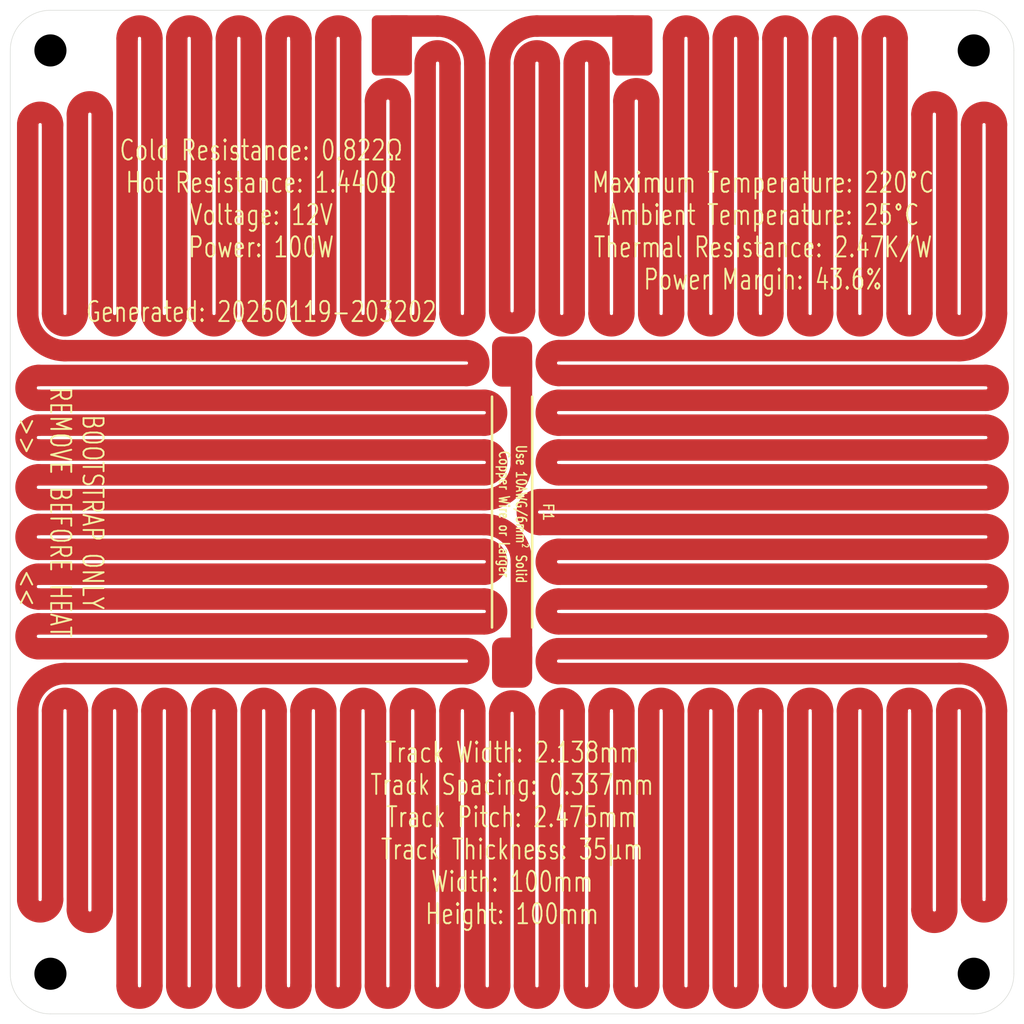
<source format=kicad_pcb>
(kicad_pcb (version 20241229) (generator "pcbnew") (generator_version "9.0")
  (layers (0 "F.Cu" signal) (2 "B.Cu" signal) (13 "F.Paste" user) (15 "B.Paste" user) (5 "F.SilkS" user "F.Silkscreen") (7 "B.SilkS" user "B.Silkscreen") (1 "F.Mask" user) (3 "B.Mask" user) (25 "Edge.Cuts" user))
  (net 0 "")
  (net 1 "Net-(J2-Pin_1)")
  (net 2 "Net-(J1-Pin_1)")
  (footprint "blg:MountingHole_3.2mm_M3_NoPad_TopLarge" (layer "F.Cu") (at 151 59)
    (property "Reference" "REF**" (hide yes))
    (property "Value" "MountingHole_3.2mm_M3_NoPad_TopLarge" (hide yes))
    (pad "" np_thru_hole circle (at 0 0) (size 7.6 7.6) (drill 3.2) (layers))
  )
  (footprint "blg:SMD_PowerConnection_4x6mm" (layer "F.Cu") (at 116.981499 58.5 -90)
    (property "Reference" "J2" (hide yes))
    (property "Value" "Hotplate_Power_Connection" (hide yes))
    (pad "1" smd roundrect (at 0 0 270) (size 6 4) (layers "F.Cu" "F.Mask" "F.Paste") (roundrect_rratio 0.125) (net 1 "Net-(J2-Pin_1)"))
  )
  (footprint "blg:MountingHole_3.2mm_M3_NoPad_TopLarge" (layer "F.Cu") (at 59 151)
    (property "Reference" "REF**" (hide yes))
    (property "Value" "MountingHole_3.2mm_M3_NoPad_TopLarge" (hide yes))
    (pad "" np_thru_hole circle (at 0 0) (size 7.6 7.6) (drill 3.2) (layers))
  )
  (footprint "blg:MountingHole_3.2mm_M3_NoPad_TopLarge" (layer "F.Cu") (at 151 151)
    (property "Reference" "REF**" (hide yes))
    (property "Value" "MountingHole_3.2mm_M3_NoPad_TopLarge" (hide yes))
    (pad "" np_thru_hole circle (at 0 0) (size 7.6 7.6) (drill 3.2) (layers))
  )
  (footprint "blg:SMD_PowerConnection_4x6mm" (layer "F.Cu") (at 93.0185 58.5 -90)
    (property "Reference" "J1" (hide yes))
    (property "Value" "Hotplate_Power_Connection" (hide yes))
    (pad "1" smd roundrect (at 0 0 270) (size 6 4) (layers "F.Cu" "F.Mask" "F.Paste") (roundrect_rratio 0.125) (net 2 "Net-(J1-Pin_1)"))
  )
  (footprint "blg:Thermal Fuse, SN100C, Front, 35mm" (layer "F.Cu") (at 105 105 -90)
    (property "Reference" "F1" (at 0 -3.6 270) (layer "F.SilkS"))
    (property "Value" "~")
    (fp_line (start -11.5 2) (end 11.5 2) (stroke (width 0.25)) (layer "F.SilkS"))
    (fp_line (start -11.5 -2) (end 11.5 -2) (stroke (width 0.25)) (layer "F.SilkS"))
    (fp_text user "Use 10AWG/6mm  Solid" (at 0.2 -0.9 270) (layer "F.SilkS") (effects (font (size 1 0.75))))
    (fp_text user "2" (at 3.35 -1.3 270) (layer "F.SilkS") (effects (font (size 0.6 0.4) (thickness 0.1))))
    (fp_text user "Copper Wire or Larger" (at 0.2 0.8 270) (layer "F.SilkS") (effects (font (size 1 0.75))))
    (pad "1" smd roundrect (at -15 0 270) (size 5 4) (layers "F.Cu" "F.Mask") (net 2 "Net-(J1-Pin_1)"))
    (pad "2" smd roundrect (at 15 0 270) (size 5 4) (layers "F.Cu" "F.Mask") (net 1 "Net-(J2-Pin_1)"))
  )
  (footprint "blg:MountingHole_3.2mm_M3_NoPad_TopLarge" (layer "F.Cu") (at 59 59)
    (property "Reference" "REF**" (hide yes))
    (property "Value" "MountingHole_3.2mm_M3_NoPad_TopLarge" (hide yes))
    (pad "" np_thru_hole circle (at 0 0) (size 7.6 7.6) (drill 3.2) (layers))
  )
  (gr_arc (start 55 59) (mid 56.171573 56.171573) (end 59 55) (stroke (width 0.05)) (layer "Edge.Cuts"))
  (gr_line (start 155 59) (end 155 151) (stroke (width 0.05)) (layer "Edge.Cuts"))
  (gr_arc (start 59 155) (mid 56.171573 153.828427) (end 55 151) (stroke (width 0.05)) (layer "Edge.Cuts"))
  (gr_line (start 59 155) (end 151 155) (stroke (width 0.05)) (layer "Edge.Cuts"))
  (gr_line (start 55 59) (end 55 151) (stroke (width 0.05)) (layer "Edge.Cuts"))
  (gr_arc (start 155 151) (mid 153.828427 153.828427) (end 151 155) (stroke (width 0.05)) (layer "Edge.Cuts"))
  (gr_arc (start 151 55) (mid 153.828427 56.171573) (end 155 59) (stroke (width 0.05)) (layer "Edge.Cuts"))
  (gr_line (start 59 55) (end 151 55) (stroke (width 0.05)) (layer "Edge.Cuts"))
  (gr_text "Track Width: 2.138mm\nTrack Spacing: 0.337mm\nTrack Pitch: 2.475mm\nTrack Thickness: 35µm\nWidth: 100mm\nHeight: 100mm" (at 105 137 0) (layer "F.SilkS") (effects (font (size 2 1.5) (thickness 0.1875))))
  (gr_text "Maximum Temperature: 220°C\nAmbient Temperature: 25°C\nThermal Resistance: 2.47K/W\nPower Margin: 43.6%" (at 130 77 0) (layer "F.SilkS") (effects (font (size 2 1.5) (thickness 0.1875))))
  (gr_text "BOOTSTRAP ONLY\nREMOVE BEFORE HEAT\n>>          <<" (at 55.6 105 270) (layer "F.SilkS") (effects (font (size 2 1.5) (thickness 0.1875)) (justify bottom)))
  (gr_text "Cold Resistance: 0.822Ω\nHot Resistance: 1.440Ω\nVoltage: 12V\nPower: 100W\n\nGenerated: 20260119-203202" (at 80 77 0) (layer "F.SilkS") (effects (font (size 2 1.5) (thickness 0.1875))))
  (segment (start 128.512499 124.8) (end 128.512499 152.193499) (width 2.138) (layer "F.Cu") (net 1))
  (segment (start 109.643499 121.0875) (end 149.549999 121.0875) (width 2.138) (layer "F.Cu") (net 1))
  (segment (start 59.212499 124.8) (end 59.212499 143.595609) (width 2.138) (layer "F.Cu") (net 1))
  (segment (start 126.0375 152.193499) (end 126.0375 124.8) (width 2.138) (layer "F.Cu") (net 1))
  (segment (start 93.8625 124.8) (end 93.8625 152.193499) (width 2.138) (layer "F.Cu") (net 1))
  (segment (start 149.549999 88.9125) (end 109.643499 88.9125) (width 2.138) (layer "F.Cu") (net 1))
  (segment (start 57.8065 111.1875) (end 102.218499 111.1875) (width 2.138) (layer "F.Cu") (net 1))
  (segment (start 148.3125 124.8) (end 148.3125 144.638396) (width 2.138) (layer "F.Cu") (net 1))
  (segment (start 66.6375 152.193499) (end 66.6375 124.8) (width 2.138) (layer "F.Cu") (net 1))
  (segment (start 81.4875 152.193499) (end 81.4875 124.8) (width 2.138) (layer "F.Cu") (net 1))
  (segment (start 152.193499 103.762499) (end 107.752767 103.762499) (width 2.138) (layer "F.Cu") (net 1))
  (segment (start 109.643499 101.2875) (end 152.193499 101.2875) (width 2.138) (layer "F.Cu") (net 1))
  (segment (start 113.6625 60.281499) (end 113.6625 85.2) (width 2.138) (layer "F.Cu") (net 1))
  (segment (start 71.587499 152.193499) (end 71.587499 124.8) (width 2.138) (layer "F.Cu") (net 1))
  (segment (start 133.462499 57.8065) (end 133.462499 85.2) (width 2.138) (layer "F.Cu") (net 1))
  (segment (start 61.6875 144.638396) (end 61.6875 124.8) (width 2.138) (layer "F.Cu") (net 1))
  (segment (start 143.3625 124.8) (end 143.3625 152.193499) (width 2.138) (layer "F.Cu") (net 1))
  (segment (start 138.4125 57.8065) (end 138.4125 85.2) (width 2.138) (layer "F.Cu") (net 1))
  (segment (start 83.962499 124.8) (end 83.962499 152.193499) (width 2.138) (layer "F.Cu") (net 1))
  (segment (start 109.643499 91.3875) (end 152.193499 91.3875) (width 2.138) (layer "F.Cu") (net 1))
  (segment (start 133.462499 124.8) (end 133.462499 152.193499) (width 2.138) (layer "F.Cu") (net 1))
  (segment (start 116.137499 152.193499) (end 116.137499 124.8) (width 2.138) (layer "F.Cu") (net 1))
  (segment (start 102.218499 113.6625) (end 57.8065 113.6625) (width 2.138) (layer "F.Cu") (net 1))
  (segment (start 101.2875 152.193499) (end 101.2875 124.8) (width 2.138) (layer "F.Cu") (net 1))
  (segment (start 57.8065 116.137499) (end 102.218499 116.137499) (width 2.138) (layer "F.Cu") (net 1))
  (segment (start 148.3125 65.361603) (end 148.3125 85.2) (width 2.138) (layer "F.Cu") (net 1))
  (segment (start 109.643499 116.137499) (end 152.193499 116.137499) (width 2.138) (layer "F.Cu") (net 1))
  (segment (start 107.752767 106.2375) (end 152.193499 106.2375) (width 2.138) (layer "F.Cu") (net 1))
  (segment (start 60.449999 121.0875) (end 100.443499 121.0875) (width 2.138) (layer "F.Cu") (net 1))
  (segment (start 103.762499 60.281499) (end 103.762499 84.943499) (width 2.138) (layer "F.Cu") (net 1))
  (segment (start 135.9375 152.193499) (end 135.9375 124.8) (width 2.138) (layer "F.Cu") (net 1))
  (segment (start 153.2625 66.40439) (end 153.2625 85.2) (width 2.138) (layer "F.Cu") (net 1))
  (segment (start 145.837499 85.2) (end 145.837499 65.361603) (width 2.138) (layer "F.Cu") (net 1))
  (segment (start 69.1125 124.8) (end 69.1125 152.193499) (width 2.138) (layer "F.Cu") (net 1))
  (segment (start 116.981499 56.568999) (end 107.475 56.568999) (width 2.138) (layer "F.Cu") (net 1))
  (segment (start 102.218499 108.712499) (end 57.8065 108.712499) (width 2.138) (layer "F.Cu") (net 1))
  (segment (start 109.643499 111.1875) (end 152.193499 111.1875) (width 2.138) (layer "F.Cu") (net 1))
  (segment (start 140.8875 85.2) (end 140.8875 57.8065) (width 2.138) (layer "F.Cu") (net 1))
  (segment (start 86.4375 152.193499) (end 86.4375 124.8) (width 2.138) (layer "F.Cu") (net 1))
  (segment (start 152.193499 108.712499) (end 109.643499 108.712499) (width 2.138) (layer "F.Cu") (net 1))
  (segment (start 74.0625 124.8) (end 74.0625 152.193499) (width 2.138) (layer "F.Cu") (net 1))
  (segment (start 150.7875 85.2) (end 150.7875 66.40439) (width 2.138) (layer "F.Cu") (net 1))
  (segment (start 126.0375 85.2) (end 126.0375 57.8065) (width 2.138) (layer "F.Cu") (net 1))
  (segment (start 152.193499 113.6625) (end 109.643499 113.6625) (width 2.138) (layer "F.Cu") (net 1))
  (segment (start 56.7375 143.595609) (end 56.7375 124.8) (width 2.138) (layer "F.Cu") (net 1))
  (segment (start 123.562499 57.8065) (end 123.562499 85.2) (width 2.138) (layer "F.Cu") (net 1))
  (segment (start 150.7875 143.595609) (end 150.7875 124.8) (width 2.138) (layer "F.Cu") (net 1))
  (segment (start 121.0875 85.2) (end 121.0875 57.8065) (width 2.138) (layer "F.Cu") (net 1))
  (segment (start 143.3625 57.8065) (end 143.3625 85.2) (width 2.138) (layer "F.Cu") (net 1))
  (segment (start 108.712499 60.281499) (end 108.712499 85.2) (width 2.138) (layer "F.Cu") (net 1))
  (segment (start 106.2375 152.193499) (end 106.2375 125.056499) (width 2.138) (layer "F.Cu") (net 1))
  (segment (start 111.1875 85.2) (end 111.1875 60.281499) (width 2.138) (layer "F.Cu") (net 1))
  (segment (start 130.9875 152.193499) (end 130.9875 124.8) (width 2.138) (layer "F.Cu") (net 1))
  (segment (start 111.1875 152.193499) (end 111.1875 124.8) (width 2.138) (layer "F.Cu") (net 1))
  (segment (start 153.2625 124.8) (end 153.2625 143.595609) (width 2.138) (layer "F.Cu") (net 1))
  (segment (start 64.162499 124.8) (end 64.162499 144.638396) (width 2.138) (layer "F.Cu") (net 1))
  (segment (start 96.337499 152.193499) (end 96.337499 124.8) (width 2.138) (layer "F.Cu") (net 1))
  (segment (start 105.931 120) (end 105.931 109.949999) (width 2.138) (layer "F.Cu") (net 1))
  (segment (start 98.8125 124.8) (end 98.8125 152.193499) (width 2.138) (layer "F.Cu") (net 1))
  (segment (start 57.8065 106.2375) (end 102.218499 106.2375) (width 2.138) (layer "F.Cu") (net 1))
  (segment (start 103.762499 125.056499) (end 103.762499 152.193499) (width 2.138) (layer "F.Cu") (net 1))
  (segment (start 106.2375 84.943499) (end 106.2375 60.281499) (width 2.138) (layer "F.Cu") (net 1))
  (segment (start 108.712499 124.8) (end 108.712499 152.193499) (width 2.138) (layer "F.Cu") (net 1))
  (segment (start 116.137499 85.2) (end 116.137499 64.0565) (width 2.138) (layer "F.Cu") (net 1))
  (segment (start 118.6125 124.8) (end 118.6125 152.193499) (width 2.138) (layer "F.Cu") (net 1))
  (segment (start 79.0125 124.8) (end 79.0125 152.193499) (width 2.138) (layer "F.Cu") (net 1))
  (segment (start 130.9875 85.2) (end 130.9875 57.8065) (width 2.138) (layer "F.Cu") (net 1))
  (segment (start 152.193499 98.8125) (end 109.643499 98.8125) (width 2.138) (layer "F.Cu") (net 1))
  (segment (start 109.643499 96.337499) (end 152.193499 96.337499) (width 2.138) (layer "F.Cu") (net 1))
  (segment (start 152.193499 93.8625) (end 109.643499 93.8625) (width 2.138) (layer "F.Cu") (net 1))
  (segment (start 152.193499 118.6125) (end 109.643499 118.6125) (width 2.138) (layer "F.Cu") (net 1))
  (segment (start 145.837499 144.638396) (end 145.837499 124.8) (width 2.138) (layer "F.Cu") (net 1))
  (segment (start 118.6125 64.0565) (end 118.6125 85.2) (width 2.138) (layer "F.Cu") (net 1))
  (segment (start 76.5375 152.193499) (end 76.5375 124.8) (width 2.138) (layer "F.Cu") (net 1))
  (segment (start 121.0875 152.193499) (end 121.0875 124.8) (width 2.138) (layer "F.Cu") (net 1))
  (segment (start 128.512499 57.8065) (end 128.512499 85.2) (width 2.138) (layer "F.Cu") (net 1))
  (segment (start 123.562499 124.8) (end 123.562499 152.193499) (width 2.138) (layer "F.Cu") (net 1))
  (segment (start 113.6625 124.8) (end 113.6625 152.193499) (width 2.138) (layer "F.Cu") (net 1))
  (segment (start 91.3875 152.193499) (end 91.3875 124.8) (width 2.138) (layer "F.Cu") (net 1))
  (segment (start 138.4125 124.8) (end 138.4125 152.193499) (width 2.138) (layer "F.Cu") (net 1))
  (segment (start 140.8875 152.193499) (end 140.8875 124.8) (width 2.138) (layer "F.Cu") (net 1))
  (segment (start 88.9125 124.8) (end 88.9125 152.193499) (width 2.138) (layer "F.Cu") (net 1))
  (segment (start 135.9375 85.2) (end 135.9375 57.8065) (width 2.138) (layer "F.Cu") (net 1))
  (segment (start 100.443499 118.6125) (end 57.8065 118.6125) (width 2.138) (layer "F.Cu") (net 1))
  (arc (start 109.643499 88.9125) (mid 108.405999 90.149999) (end 109.643499 91.3875) (width 2.138) (layer "F.Cu") (net 1))
  (arc (start 138.4125 152.193499) (mid 137.174999 153.430999) (end 135.9375 152.193499) (width 2.138) (layer "F.Cu") (net 1))
  (arc (start 71.587499 124.8) (mid 70.35 123.562499) (end 69.1125 124.8) (width 2.138) (layer "F.Cu") (net 1))
  (arc (start 57.8065 108.712499) (mid 56.568999 107.475) (end 57.8065 106.2375) (width 2.138) (layer "F.Cu") (net 1))
  (arc (start 103.762499 84.943499) (mid 105 86.181) (end 106.2375 84.943499) (width 2.138) (layer "F.Cu") (net 1))
  (arc (start 81.4875 124.8) (mid 80.25 123.562499) (end 79.0125 124.8) (width 2.138) (layer "F.Cu") (net 1))
  (arc (start 93.8625 152.193499) (mid 92.625 153.430999) (end 91.3875 152.193499) (width 2.138) (layer "F.Cu") (net 1))
  (arc (start 56.737499 124.8) (mid 57.824866 122.174866) (end 60.449999 121.0875) (width 2.138) (layer "F.Cu") (net 1))
  (arc (start 91.3875 124.8) (mid 90.149999 123.562499) (end 88.9125 124.8) (width 2.138) (layer "F.Cu") (net 1))
  (arc (start 88.9125 152.193499) (mid 87.675 153.430999) (end 86.4375 152.193499) (width 2.138) (layer "F.Cu") (net 1))
  (arc (start 140.8875 57.8065) (mid 142.125 56.568999) (end 143.3625 57.8065) (width 2.138) (layer "F.Cu") (net 1))
  (arc (start 76.5375 124.8) (mid 75.3 123.562499) (end 74.0625 124.8) (width 2.138) (layer "F.Cu") (net 1))
  (arc (start 130.9875 57.8065) (mid 132.225 56.568999) (end 133.462499 57.8065) (width 2.138) (layer "F.Cu") (net 1))
  (arc (start 143.3625 152.193499) (mid 142.125 153.430999) (end 140.8875 152.193499) (width 2.138) (layer "F.Cu") (net 1))
  (arc (start 101.2875 124.8) (mid 100.05 123.562499) (end 98.8125 124.8) (width 2.138) (layer "F.Cu") (net 1))
  (arc (start 152.193499 101.2875) (mid 153.430999 102.524999) (end 152.193499 103.762499) (width 2.138) (layer "F.Cu") (net 1))
  (arc (start 64.162499 144.638396) (mid 62.925 145.875896) (end 61.6875 144.638396) (width 2.138) (layer "F.Cu") (net 1))
  (arc (start 111.1875 124.8) (mid 109.949999 123.562499) (end 108.712499 124.8) (width 2.138) (layer "F.Cu") (net 1))
  (arc (start 128.512499 85.2) (mid 129.75 86.4375) (end 130.9875 85.2) (width 2.138) (layer "F.Cu") (net 1))
  (arc (start 116.137499 124.8) (mid 114.899999 123.562499) (end 113.6625 124.8) (width 2.138) (layer "F.Cu") (net 1))
  (arc (start 109.643499 98.8125) (mid 108.405999 100.05) (end 109.643499 101.2875) (width 2.138) (layer "F.Cu") (net 1))
  (arc (start 138.4125 85.2) (mid 139.65 86.4375) (end 140.8875 85.2) (width 2.138) (layer "F.Cu") (net 1))
  (arc (start 153.2625 143.595609) (mid 152.025 144.833109) (end 150.7875 143.595609) (width 2.138) (layer "F.Cu") (net 1))
  (arc (start 133.462499 85.2) (mid 134.7 86.4375) (end 135.9375 85.2) (width 2.138) (layer "F.Cu") (net 1))
  (arc (start 79.0125 152.193499) (mid 77.774999 153.430999) (end 76.5375 152.193499) (width 2.138) (layer "F.Cu") (net 1))
  (arc (start 102.218499 116.137499) (mid 103.455999 114.899999) (end 102.218499 113.6625) (width 2.138) (layer "F.Cu") (net 1))
  (arc (start 103.762499 60.281499) (mid 104.849866 57.656366) (end 107.475 56.568999) (width 2.138) (layer "F.Cu") (net 1))
  (arc (start 109.643499 108.712499) (mid 108.405999 109.949999) (end 109.643499 111.1875) (width 2.138) (layer "F.Cu") (net 1))
  (arc (start 98.8125 152.193499) (mid 97.574999 153.430999) (end 96.337499 152.193499) (width 2.138) (layer "F.Cu") (net 1))
  (arc (start 153.2625 85.2) (mid 152.175133 87.825133) (end 149.549999 88.9125) (width 2.138) (layer "F.Cu") (net 1))
  (arc (start 152.193499 91.3875) (mid 153.430999 92.625) (end 152.193499 93.8625) (width 2.138) (layer "F.Cu") (net 1))
  (arc (start 116.137499 64.0565) (mid 117.375 62.819) (end 118.6125 64.0565) (width 2.138) (layer "F.Cu") (net 1))
  (arc (start 140.8875 124.8) (mid 139.65 123.562499) (end 138.4125 124.8) (width 2.138) (layer "F.Cu") (net 1))
  (arc (start 107.752767 103.762499) (mid 106.515267 105) (end 107.752767 106.2375) (width 2.138) (layer "F.Cu") (net 1))
  (arc (start 145.837499 65.361603) (mid 147.075 64.124103) (end 148.3125 65.361603) (width 2.138) (layer "F.Cu") (net 1))
  (arc (start 118.6125 152.193499) (mid 117.375 153.430999) (end 116.137499 152.193499) (width 2.138) (layer "F.Cu") (net 1))
  (arc (start 113.6625 152.193499) (mid 112.425 153.430999) (end 111.1875 152.193499) (width 2.138) (layer "F.Cu") (net 1))
  (arc (start 86.4375 124.8) (mid 85.2 123.562499) (end 83.962499 124.8) (width 2.138) (layer "F.Cu") (net 1))
  (arc (start 57.8065 113.6625) (mid 56.568999 112.425) (end 57.8065 111.1875) (width 2.138) (layer "F.Cu") (net 1))
  (arc (start 102.218499 111.1875) (mid 103.455999 109.949999) (end 102.218499 108.712499) (width 2.138) (layer "F.Cu") (net 1))
  (arc (start 108.712499 85.2) (mid 109.949999 86.4375) (end 111.1875 85.2) (width 2.138) (layer "F.Cu") (net 1))
  (arc (start 148.3125 144.638396) (mid 147.075 145.875896) (end 145.837499 144.638396) (width 2.138) (layer "F.Cu") (net 1))
  (arc (start 109.643499 118.6125) (mid 108.405999 119.85) (end 109.643499 121.0875) (width 2.138) (layer "F.Cu") (net 1))
  (arc (start 150.7875 66.40439) (mid 152.025 65.16689) (end 153.2625 66.40439) (width 2.138) (layer "F.Cu") (net 1))
  (arc (start 121.0875 57.8065) (mid 122.324999 56.568999) (end 123.562499 57.8065) (width 2.138) (layer "F.Cu") (net 1))
  (arc (start 145.837499 124.8) (mid 144.6 123.562499) (end 143.3625 124.8) (width 2.138) (layer "F.Cu") (net 1))
  (arc (start 130.9875 124.8) (mid 129.75 123.562499) (end 128.512499 124.8) (width 2.138) (layer "F.Cu") (net 1))
  (arc (start 59.212499 143.595609) (mid 57.975 144.833109) (end 56.7375 143.595609) (width 2.138) (layer "F.Cu") (net 1))
  (arc (start 106.2375 125.056499) (mid 105 123.819) (end 103.762499 125.056499) (width 2.138) (layer "F.Cu") (net 1))
  (arc (start 123.562499 85.2) (mid 124.8 86.4375) (end 126.0375 85.2) (width 2.138) (layer "F.Cu") (net 1))
  (arc (start 108.712499 152.193499) (mid 107.475 153.430999) (end 106.2375 152.193499) (width 2.138) (layer "F.Cu") (net 1))
  (arc (start 111.1875 60.281499) (mid 112.425 59.043999) (end 113.6625 60.281499) (width 2.138) (layer "F.Cu") (net 1))
  (arc (start 121.0875 124.8) (mid 119.85 123.562499) (end 118.6125 124.8) (width 2.138) (layer "F.Cu") (net 1))
  (arc (start 135.9375 124.8) (mid 134.7 123.562499) (end 133.462499 124.8) (width 2.138) (layer "F.Cu") (net 1))
  (arc (start 152.193499 106.2375) (mid 153.430999 107.475) (end 152.193499 108.712499) (width 2.138) (layer "F.Cu") (net 1))
  (arc (start 106.2375 60.281499) (mid 107.475 59.043999) (end 108.712499 60.281499) (width 2.138) (layer "F.Cu") (net 1))
  (arc (start 113.6625 85.2) (mid 114.899999 86.4375) (end 116.137499 85.2) (width 2.138) (layer "F.Cu") (net 1))
  (arc (start 152.193499 111.1875) (mid 153.430999 112.425) (end 152.193499 113.6625) (width 2.138) (layer "F.Cu") (net 1))
  (arc (start 109.643499 113.6625) (mid 108.405999 114.899999) (end 109.643499 116.137499) (width 2.138) (layer "F.Cu") (net 1))
  (arc (start 74.0625 152.193499) (mid 72.825 153.430999) (end 71.587499 152.193499) (width 2.138) (layer "F.Cu") (net 1))
  (arc (start 103.762499 152.193499) (mid 102.524999 153.430999) (end 101.2875 152.193499) (width 2.138) (layer "F.Cu") (net 1))
  (arc (start 152.193499 96.337499) (mid 153.430999 97.574999) (end 152.193499 98.8125) (width 2.138) (layer "F.Cu") (net 1))
  (arc (start 126.0375 57.8065) (mid 127.275 56.568999) (end 128.512499 57.8065) (width 2.138) (layer "F.Cu") (net 1))
  (arc (start 143.3625 85.2) (mid 144.6 86.4375) (end 145.837499 85.2) (width 2.138) (layer "F.Cu") (net 1))
  (arc (start 83.962499 152.193499) (mid 82.725 153.430999) (end 81.4875 152.193499) (width 2.138) (layer "F.Cu") (net 1))
  (arc (start 100.443499 121.0875) (mid 101.681 119.85) (end 100.443499 118.6125) (width 2.138) (layer "F.Cu") (net 1))
  (arc (start 57.8065 118.6125) (mid 56.568999 117.375) (end 57.8065 116.137499) (width 2.138) (layer "F.Cu") (net 1))
  (arc (start 150.7875 124.8) (mid 149.549999 123.562499) (end 148.3125 124.8) (width 2.138) (layer "F.Cu") (net 1))
  (arc (start 135.9375 57.8065) (mid 137.174999 56.568999) (end 138.4125 57.8065) (width 2.138) (layer "F.Cu") (net 1))
  (arc (start 148.3125 85.2) (mid 149.549999 86.4375) (end 150.7875 85.2) (width 2.138) (layer "F.Cu") (net 1))
  (arc (start 69.1125 152.193499) (mid 67.874999 153.430999) (end 66.6375 152.193499) (width 2.138) (layer "F.Cu") (net 1))
  (arc (start 126.0375 124.8) (mid 124.8 123.562499) (end 123.562499 124.8) (width 2.138) (layer "F.Cu") (net 1))
  (arc (start 149.549999 121.0875) (mid 152.175133 122.174866) (end 153.2625 124.8) (width 2.138) (layer "F.Cu") (net 1))
  (arc (start 66.6375 124.8) (mid 65.4 123.562499) (end 64.162499 124.8) (width 2.138) (layer "F.Cu") (net 1))
  (arc (start 61.6875 124.8) (mid 60.449999 123.562499) (end 59.212499 124.8) (width 2.138) (layer "F.Cu") (net 1))
  (arc (start 152.193499 116.137499) (mid 153.430999 117.375) (end 152.193499 118.6125) (width 2.138) (layer "F.Cu") (net 1))
  (arc (start 102.218499 106.2375) (mid 104.843633 107.324866) (end 105.931 109.949999) (width 2.138) (layer "F.Cu") (net 1))
  (arc (start 118.6125 85.2) (mid 119.85 86.4375) (end 121.0875 85.2) (width 2.138) (layer "F.Cu") (net 1))
  (arc (start 96.337499 124.8) (mid 95.1 123.562499) (end 93.8625 124.8) (width 2.138) (layer "F.Cu") (net 1))
  (arc (start 128.512499 152.193499) (mid 127.275 153.430999) (end 126.0375 152.193499) (width 2.138) (layer "F.Cu") (net 1))
  (arc (start 109.643499 93.8625) (mid 108.405999 95.1) (end 109.643499 96.337499) (width 2.138) (layer "F.Cu") (net 1))
  (arc (start 123.562499 152.193499) (mid 122.324999 153.430999) (end 121.0875 152.193499) (width 2.138) (layer "F.Cu") (net 1))
  (arc (start 133.462499 152.193499) (mid 132.225 153.430999) (end 130.9875 152.193499) (width 2.138) (layer "F.Cu") (net 1))
  (segment (start 105.931 90) (end 105.931 100.05) (width 2.138) (layer "F.Cu") (net 2))
  (segment (start 93.8625 85.2) (end 93.8625 64.0565) (width 2.138) (layer "F.Cu") (net 2))
  (segment (start 57.8065 103.762499) (end 102.218499 103.762499) (width 2.138) (layer "F.Cu") (net 2))
  (segment (start 60.449999 88.9125) (end 100.443499 88.9125) (width 2.138) (layer "F.Cu") (net 2))
  (segment (start 100.443499 91.3875) (end 57.8065 91.3875) (width 2.138) (layer "F.Cu") (net 2))
  (segment (start 56.7375 66.40439) (end 56.7375 85.2) (width 2.138) (layer "F.Cu") (net 2))
  (segment (start 98.8125 85.2) (end 98.8125 60.281499) (width 2.138) (layer "F.Cu") (net 2))
  (segment (start 57.8065 98.8125) (end 102.218499 98.8125) (width 2.138) (layer "F.Cu") (net 2))
  (segment (start 91.3875 64.0565) (end 91.3875 85.2) (width 2.138) (layer "F.Cu") (net 2))
  (segment (start 81.4875 57.8065) (end 81.4875 85.2) (width 2.138) (layer "F.Cu") (net 2))
  (segment (start 59.212499 85.2) (end 59.212499 66.40439) (width 2.138) (layer "F.Cu") (net 2))
  (segment (start 88.9125 85.2) (end 88.9125 57.8065) (width 2.138) (layer "F.Cu") (net 2))
  (segment (start 83.962499 85.2) (end 83.962499 57.8065) (width 2.138) (layer "F.Cu") (net 2))
  (segment (start 101.2875 60.281499) (end 101.2875 85.2) (width 2.138) (layer "F.Cu") (net 2))
  (segment (start 69.1125 85.2) (end 69.1125 57.8065) (width 2.138) (layer "F.Cu") (net 2))
  (segment (start 102.218499 96.337499) (end 57.8065 96.337499) (width 2.138) (layer "F.Cu") (net 2))
  (segment (start 102.218499 101.2875) (end 57.8065 101.2875) (width 2.138) (layer "F.Cu") (net 2))
  (segment (start 61.6875 65.361603) (end 61.6875 85.2) (width 2.138) (layer "F.Cu") (net 2))
  (segment (start 74.0625 85.2) (end 74.0625 57.8065) (width 2.138) (layer "F.Cu") (net 2))
  (segment (start 66.6375 57.8065) (end 66.6375 85.2) (width 2.138) (layer "F.Cu") (net 2))
  (segment (start 93.0185 56.568999) (end 97.574999 56.568999) (width 2.138) (layer "F.Cu") (net 2))
  (segment (start 64.162499 85.2) (end 64.162499 65.361603) (width 2.138) (layer "F.Cu") (net 2))
  (segment (start 76.5375 57.8065) (end 76.5375 85.2) (width 2.138) (layer "F.Cu") (net 2))
  (segment (start 96.337499 60.281499) (end 96.337499 85.2) (width 2.138) (layer "F.Cu") (net 2))
  (segment (start 79.0125 85.2) (end 79.0125 57.8065) (width 2.138) (layer "F.Cu") (net 2))
  (segment (start 71.587499 57.8065) (end 71.587499 85.2) (width 2.138) (layer "F.Cu") (net 2))
  (segment (start 57.8065 93.8625) (end 102.218499 93.8625) (width 2.138) (layer "F.Cu") (net 2))
  (segment (start 86.4375 57.8065) (end 86.4375 85.2) (width 2.138) (layer "F.Cu") (net 2))
  (arc (start 60.449999 88.9125) (mid 57.824866 87.825133) (end 56.737499 85.2) (width 2.138) (layer "F.Cu") (net 2))
  (arc (start 86.4375 85.2) (mid 85.2 86.4375) (end 83.962499 85.2) (width 2.138) (layer "F.Cu") (net 2))
  (arc (start 102.218499 98.8125) (mid 103.455999 100.05) (end 102.218499 101.2875) (width 2.138) (layer "F.Cu") (net 2))
  (arc (start 105.931 100.05) (mid 104.843633 102.675133) (end 102.218499 103.762499) (width 2.138) (layer "F.Cu") (net 2))
  (arc (start 57.8065 91.3875) (mid 56.568999 92.625) (end 57.8065 93.8625) (width 2.138) (layer "F.Cu") (net 2))
  (arc (start 96.337499 85.2) (mid 95.1 86.4375) (end 93.8625 85.2) (width 2.138) (layer "F.Cu") (net 2))
  (arc (start 66.6375 85.2) (mid 65.4 86.4375) (end 64.162499 85.2) (width 2.138) (layer "F.Cu") (net 2))
  (arc (start 59.212499 66.40439) (mid 57.975 65.16689) (end 56.7375 66.40439) (width 2.138) (layer "F.Cu") (net 2))
  (arc (start 61.6875 85.2) (mid 60.449999 86.4375) (end 59.212499 85.2) (width 2.138) (layer "F.Cu") (net 2))
  (arc (start 76.5375 85.2) (mid 75.3 86.4375) (end 74.0625 85.2) (width 2.138) (layer "F.Cu") (net 2))
  (arc (start 91.3875 85.2) (mid 90.149999 86.4375) (end 88.9125 85.2) (width 2.138) (layer "F.Cu") (net 2))
  (arc (start 98.8125 60.281499) (mid 97.574999 59.043999) (end 96.337499 60.281499) (width 2.138) (layer "F.Cu") (net 2))
  (arc (start 102.218499 93.8625) (mid 103.455999 95.1) (end 102.218499 96.337499) (width 2.138) (layer "F.Cu") (net 2))
  (arc (start 101.2875 85.2) (mid 100.05 86.4375) (end 98.8125 85.2) (width 2.138) (layer "F.Cu") (net 2))
  (arc (start 64.162499 65.361603) (mid 62.925 64.124103) (end 61.6875 65.361603) (width 2.138) (layer "F.Cu") (net 2))
  (arc (start 100.443499 88.9125) (mid 101.681 90.149999) (end 100.443499 91.3875) (width 2.138) (layer "F.Cu") (net 2))
  (arc (start 93.8625 64.0565) (mid 92.625 62.819) (end 91.3875 64.0565) (width 2.138) (layer "F.Cu") (net 2))
  (arc (start 71.587499 85.2) (mid 70.35 86.4375) (end 69.1125 85.2) (width 2.138) (layer "F.Cu") (net 2))
  (arc (start 74.0625 57.8065) (mid 72.825 56.568999) (end 71.587499 57.8065) (width 2.138) (layer "F.Cu") (net 2))
  (arc (start 81.4875 85.2) (mid 80.25 86.4375) (end 79.0125 85.2) (width 2.138) (layer "F.Cu") (net 2))
  (arc (start 83.962499 57.8065) (mid 82.725 56.568999) (end 81.4875 57.8065) (width 2.138) (layer "F.Cu") (net 2))
  (arc (start 97.574999 56.568999) (mid 100.200133 57.656366) (end 101.2875 60.281499) (width 2.138) (layer "F.Cu") (net 2))
  (arc (start 57.8065 96.337499) (mid 56.568999 97.574999) (end 57.8065 98.8125) (width 2.138) (layer "F.Cu") (net 2))
  (arc (start 79.0125 57.8065) (mid 77.774999 56.568999) (end 76.5375 57.8065) (width 2.138) (layer "F.Cu") (net 2))
  (arc (start 57.8065 101.2875) (mid 56.568999 102.524999) (end 57.8065 103.762499) (width 2.138) (layer "F.Cu") (net 2))
  (arc (start 88.9125 57.8065) (mid 87.675 56.568999) (end 86.4375 57.8065) (width 2.138) (layer "F.Cu") (net 2))
  (arc (start 69.1125 57.8065) (mid 67.874999 56.568999) (end 66.6375 57.8065) (width 2.138) (layer "F.Cu") (net 2))
)
</source>
